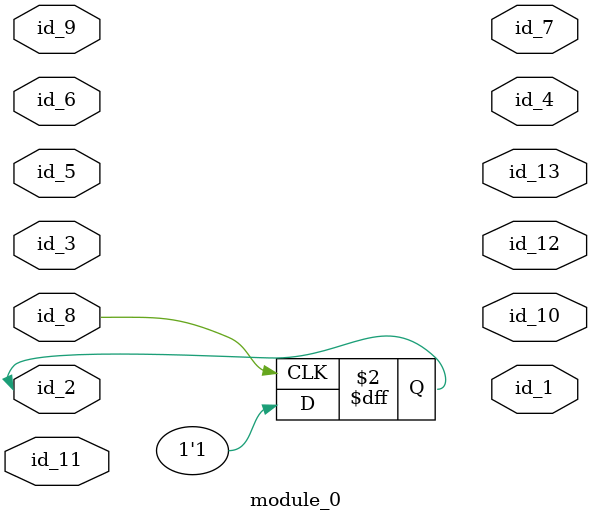
<source format=v>
module module_0 (
    id_1,
    id_2,
    id_3,
    id_4,
    id_5,
    id_6,
    id_7,
    id_8,
    id_9,
    id_10,
    id_11,
    id_12,
    id_13
);
  output id_13;
  output id_12;
  inout id_11;
  output id_10;
  input id_9;
  input id_8;
  output id_7;
  inout id_6;
  input id_5;
  output id_4;
  input id_3;
  inout id_2;
  output id_1;
  always @(posedge id_8) begin
    id_2 <= 1;
  end
endmodule

</source>
